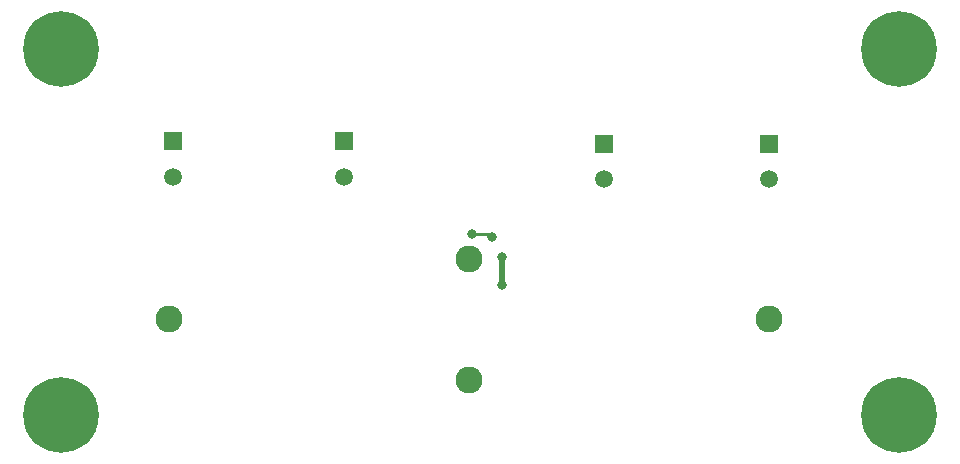
<source format=gbr>
%TF.GenerationSoftware,KiCad,Pcbnew,7.0.1*%
%TF.CreationDate,2023-07-05T17:42:56-06:00*%
%TF.ProjectId,Discharge_Switch,44697363-6861-4726-9765-5f5377697463,1*%
%TF.SameCoordinates,Original*%
%TF.FileFunction,Copper,L2,Bot*%
%TF.FilePolarity,Positive*%
%FSLAX46Y46*%
G04 Gerber Fmt 4.6, Leading zero omitted, Abs format (unit mm)*
G04 Created by KiCad (PCBNEW 7.0.1) date 2023-07-05 17:42:56*
%MOMM*%
%LPD*%
G01*
G04 APERTURE LIST*
%TA.AperFunction,ComponentPad*%
%ADD10C,2.286000*%
%TD*%
%TA.AperFunction,ComponentPad*%
%ADD11C,0.800000*%
%TD*%
%TA.AperFunction,ComponentPad*%
%ADD12C,6.400000*%
%TD*%
%TA.AperFunction,ComponentPad*%
%ADD13R,1.520000X1.520000*%
%TD*%
%TA.AperFunction,ComponentPad*%
%ADD14C,1.520000*%
%TD*%
%TA.AperFunction,ViaPad*%
%ADD15C,0.800000*%
%TD*%
%TA.AperFunction,Conductor*%
%ADD16C,0.250000*%
%TD*%
%TA.AperFunction,Conductor*%
%ADD17C,0.500000*%
%TD*%
G04 APERTURE END LIST*
D10*
%TO.P,K1,1*%
%TO.N,Net-(J1-Pin_1)*%
X112502944Y-99202944D03*
%TO.P,K1,2*%
%TO.N,Net-(J2-Pin_1)*%
X163302944Y-99202944D03*
%TO.P,K1,3,-*%
%TO.N,Net-(D1-A)*%
X137902944Y-94102944D03*
%TO.P,K1,4,+*%
%TO.N,Net-(D1-K)*%
X137902944Y-104302944D03*
%TD*%
D11*
%TO.P,H1,1,1*%
%TO.N,GND*%
X100902944Y-76302944D03*
X101605888Y-74605888D03*
X101605888Y-78000000D03*
X103302944Y-73902944D03*
D12*
X103302944Y-76302944D03*
D11*
X103302944Y-78702944D03*
X105000000Y-74605888D03*
X105000000Y-78000000D03*
X105702944Y-76302944D03*
%TD*%
%TO.P,H4,1,1*%
%TO.N,GND*%
X171902944Y-107302944D03*
X172605888Y-105605888D03*
X172605888Y-109000000D03*
X174302944Y-104902944D03*
D12*
X174302944Y-107302944D03*
D11*
X174302944Y-109702944D03*
X176000000Y-105605888D03*
X176000000Y-109000000D03*
X176702944Y-107302944D03*
%TD*%
D13*
%TO.P,J3,1,Pin_1*%
%TO.N,GND*%
X149302944Y-84302944D03*
D14*
%TO.P,J3,2,Pin_2*%
%TO.N,Net-(D1-K)*%
X149302944Y-87302944D03*
%TD*%
D11*
%TO.P,H2,1,1*%
%TO.N,GND*%
X100902944Y-107302944D03*
X101605888Y-105605888D03*
X101605888Y-109000000D03*
X103302944Y-104902944D03*
D12*
X103302944Y-107302944D03*
D11*
X103302944Y-109702944D03*
X105000000Y-105605888D03*
X105000000Y-109000000D03*
X105702944Y-107302944D03*
%TD*%
D13*
%TO.P,J2,1,Pin_1*%
%TO.N,Net-(J2-Pin_1)*%
X163302944Y-84302944D03*
D14*
%TO.P,J2,2,Pin_2*%
X163302944Y-87302944D03*
%TD*%
D11*
%TO.P,H3,1,1*%
%TO.N,GND*%
X171902944Y-76302944D03*
X172605888Y-74605888D03*
X172605888Y-78000000D03*
X174302944Y-73902944D03*
D12*
X174302944Y-76302944D03*
D11*
X174302944Y-78702944D03*
X176000000Y-74605888D03*
X176000000Y-78000000D03*
X176702944Y-76302944D03*
%TD*%
D13*
%TO.P,J1,1,Pin_1*%
%TO.N,Net-(J1-Pin_1)*%
X112802944Y-84112944D03*
D14*
%TO.P,J1,2,Pin_2*%
X112802944Y-87112944D03*
%TD*%
D13*
%TO.P,J4,1,Pin_1*%
%TO.N,Net-(D3-K)*%
X127302944Y-84112944D03*
D14*
%TO.P,J4,2,Pin_2*%
X127302944Y-87112944D03*
%TD*%
D15*
%TO.N,GND*%
X140702944Y-96302944D03*
X138102944Y-92002944D03*
X140702944Y-93902944D03*
X139802944Y-92202944D03*
%TD*%
D16*
%TO.N,GND*%
X139602944Y-92002944D02*
X139802944Y-92202944D01*
X138102944Y-92002944D02*
X139602944Y-92002944D01*
D17*
X140702944Y-96302944D02*
X140702944Y-93902944D01*
%TD*%
M02*

</source>
